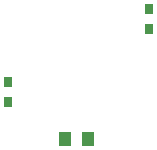
<source format=gbr>
G04 DipTrace 3.2.0.1*
G04 TopPaste.gbr*
%MOIN*%
G04 #@! TF.FileFunction,Paste,Top*
G04 #@! TF.Part,Single*
%ADD25R,0.031496X0.035433*%
%ADD31R,0.043307X0.051181*%
%FSLAX26Y26*%
G04*
G70*
G90*
G75*
G01*
G04 TopPaste*
%LPD*%
D31*
X870866Y558661D3*
X796063D3*
D25*
X1074016Y923622D3*
Y990551D3*
X606693Y679921D3*
Y746850D3*
M02*

</source>
